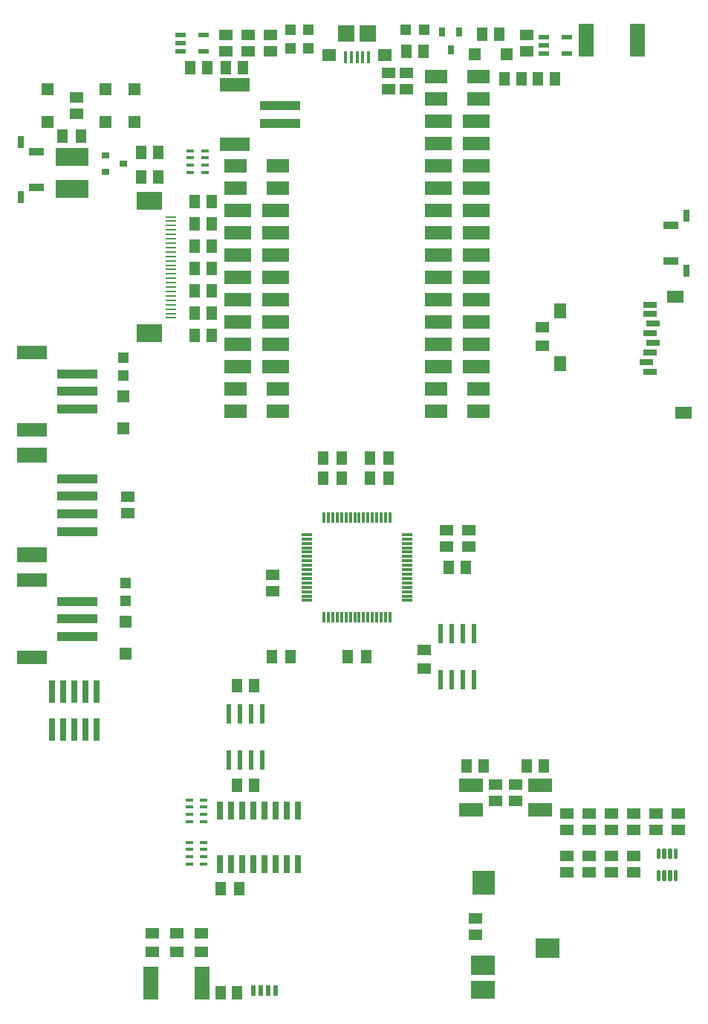
<source format=gbr>
G04 EAGLE Gerber RS-274X export*
G75*
%MOMM*%
%FSLAX34Y34*%
%LPD*%
%INSolderpaste Bottom*%
%IPPOS*%
%AMOC8*
5,1,8,0,0,1.08239X$1,22.5*%
G01*
%ADD10R,1.250000X0.275000*%
%ADD11R,3.000000X2.000000*%
%ADD12R,1.900000X1.400000*%
%ADD13R,1.400000X1.800000*%
%ADD14R,1.500000X0.700000*%
%ADD15R,1.240000X1.500000*%
%ADD16R,4.600000X1.000000*%
%ADD17R,3.400000X1.700000*%
%ADD18R,1.500000X1.240000*%
%ADD19R,3.400000X1.600000*%
%ADD20R,1.300000X1.200000*%
%ADD21R,1.400000X1.400000*%
%ADD22R,1.200000X1.500000*%
%ADD23R,0.900000X0.800000*%
%ADD24R,1.778000X0.900000*%
%ADD25R,0.800000X1.450000*%
%ADD26R,1.500000X1.200000*%
%ADD27R,0.760000X2.600000*%
%ADD28R,1.200000X0.300000*%
%ADD29R,0.300000X1.200000*%
%ADD30R,0.400000X1.350000*%
%ADD31R,1.600000X1.400000*%
%ADD32R,1.900000X1.900000*%
%ADD33R,1.200000X0.550000*%
%ADD34R,0.635000X1.016000*%
%ADD35R,0.600000X2.200000*%
%ADD36R,1.500000X1.300000*%
%ADD37R,2.700000X1.600000*%
%ADD38R,0.660400X2.032000*%
%ADD39R,2.800000X2.000000*%
%ADD40R,2.600000X2.800000*%
%ADD41R,2.800000X2.200000*%
%ADD42R,1.300000X1.500000*%
%ADD43R,1.200000X1.200000*%
%ADD44R,2.540000X1.524000*%
%ADD45R,3.048000X1.524000*%
%ADD46R,0.838200X0.457200*%
%ADD47C,0.240000*%
%ADD48R,1.700000X3.700000*%
%ADD49R,0.500000X1.250000*%
%ADD50R,3.700000X2.000000*%


D10*
X176532Y899634D03*
X176532Y894634D03*
X176532Y889634D03*
X176532Y884634D03*
X176532Y879634D03*
X176532Y874634D03*
X176532Y869634D03*
X176532Y864634D03*
X176532Y859634D03*
X176532Y854634D03*
X176532Y849634D03*
X176532Y844634D03*
X176532Y839634D03*
X176532Y834634D03*
X176532Y829634D03*
X176532Y824634D03*
X176532Y819634D03*
X176532Y814634D03*
X176532Y809634D03*
X176532Y804634D03*
X176532Y799634D03*
X176532Y794634D03*
X176532Y789634D03*
X176532Y784634D03*
D11*
X151932Y918134D03*
X151932Y767034D03*
D12*
X751350Y808800D03*
X760350Y676800D03*
D13*
X620350Y792800D03*
X620350Y732800D03*
D14*
X722350Y799800D03*
X722350Y788800D03*
X726350Y777800D03*
X722350Y766800D03*
X726350Y755800D03*
X722350Y744800D03*
X718350Y733800D03*
X722350Y722800D03*
D15*
X222860Y789940D03*
X203860Y789940D03*
X222860Y815340D03*
X203860Y815340D03*
X222860Y764540D03*
X203860Y764540D03*
X222860Y840740D03*
X203860Y840740D03*
X222860Y866140D03*
X203860Y866140D03*
X222860Y891540D03*
X203860Y891540D03*
X222860Y916940D03*
X203860Y916940D03*
D16*
X70020Y601500D03*
X70020Y581500D03*
D17*
X18020Y628500D03*
X18020Y514500D03*
D16*
X70020Y561500D03*
X70020Y541500D03*
D18*
X127000Y562000D03*
X127000Y581000D03*
D16*
X70180Y461960D03*
X70180Y441960D03*
D19*
X18180Y485960D03*
X18180Y397960D03*
D16*
X70180Y421960D03*
D20*
X124460Y482600D03*
X124460Y462280D03*
D21*
X124460Y438870D03*
X124460Y401870D03*
D15*
X142900Y944880D03*
X161900Y944880D03*
X142900Y972820D03*
X161900Y972820D03*
D21*
X134620Y1044660D03*
X134620Y1007660D03*
X101600Y1044660D03*
X101600Y1007660D03*
D18*
X68580Y1016660D03*
X68580Y1035660D03*
D21*
X35560Y1044660D03*
X35560Y1007660D03*
D22*
X74000Y991870D03*
X53000Y991870D03*
D23*
X101760Y950620D03*
X101760Y969620D03*
X122760Y960120D03*
D24*
X22956Y933400D03*
X22956Y973400D03*
D25*
X5416Y921900D03*
X5416Y984900D03*
D16*
X70180Y721040D03*
X70180Y701040D03*
D19*
X18180Y745040D03*
X18180Y657040D03*
D16*
X70180Y681040D03*
D20*
X121920Y739140D03*
X121920Y718820D03*
D21*
X121920Y695410D03*
X121920Y658410D03*
D26*
X599694Y752770D03*
X599694Y773770D03*
D22*
X233340Y134620D03*
X254340Y134620D03*
D15*
X252120Y252222D03*
X271120Y252222D03*
D24*
X746664Y889558D03*
X746664Y849558D03*
D25*
X764204Y901058D03*
X764204Y838058D03*
D27*
X40640Y316320D03*
X53340Y316320D03*
X66040Y316320D03*
X78740Y316320D03*
X91440Y316320D03*
X40640Y359320D03*
X53340Y359320D03*
X66040Y359320D03*
X78740Y359320D03*
X91440Y359320D03*
D22*
X291760Y398780D03*
X312760Y398780D03*
X371180Y624840D03*
X350180Y624840D03*
X371180Y601980D03*
X350180Y601980D03*
D28*
X445620Y537880D03*
X445620Y532880D03*
X445620Y527880D03*
X445620Y522880D03*
X445620Y517880D03*
X445620Y512880D03*
X445620Y507880D03*
X445620Y502880D03*
X445620Y497880D03*
X445620Y492880D03*
X445620Y487880D03*
X445620Y482880D03*
X445620Y477880D03*
X445620Y472880D03*
X445620Y467880D03*
X445620Y462880D03*
D29*
X426120Y443380D03*
X421120Y443380D03*
X416120Y443380D03*
X411120Y443380D03*
X406120Y443380D03*
X401120Y443380D03*
X396120Y443380D03*
X391120Y443380D03*
X386120Y443380D03*
X381120Y443380D03*
X376120Y443380D03*
X371120Y443380D03*
X366120Y443380D03*
X361120Y443380D03*
X356120Y443380D03*
X351120Y443380D03*
D28*
X331620Y462880D03*
X331620Y467880D03*
X331620Y472880D03*
X331620Y477880D03*
X331620Y482880D03*
X331620Y487880D03*
X331620Y492880D03*
X331620Y497880D03*
X331620Y502880D03*
X331620Y507880D03*
X331620Y512880D03*
X331620Y517880D03*
X331620Y522880D03*
X331620Y527880D03*
X331620Y532880D03*
X331620Y537880D03*
D29*
X351120Y557380D03*
X356120Y557380D03*
X361120Y557380D03*
X366120Y557380D03*
X371120Y557380D03*
X376120Y557380D03*
X381120Y557380D03*
X386120Y557380D03*
X391120Y557380D03*
X396120Y557380D03*
X401120Y557380D03*
X406120Y557380D03*
X411120Y557380D03*
X416120Y557380D03*
X421120Y557380D03*
X426120Y557380D03*
D30*
X375620Y1081325D03*
X382120Y1081325D03*
X388620Y1081325D03*
X395120Y1081325D03*
X401620Y1081325D03*
D31*
X356620Y1083575D03*
X420620Y1083575D03*
D32*
X400620Y1108075D03*
X376620Y1108075D03*
D18*
X581660Y1087780D03*
X581660Y1106780D03*
D15*
X575920Y1056640D03*
X556920Y1056640D03*
X595020Y1056640D03*
X614020Y1056640D03*
D33*
X601679Y1085240D03*
X601679Y1094740D03*
X601679Y1104240D03*
X627681Y1104240D03*
X627681Y1085240D03*
D16*
X301160Y1026000D03*
X301160Y1006000D03*
D19*
X249160Y1050000D03*
X249160Y982000D03*
D22*
X403520Y624840D03*
X424520Y624840D03*
X403520Y601980D03*
X424520Y601980D03*
D18*
X292100Y473100D03*
X292100Y492100D03*
D21*
X559520Y1084580D03*
X522520Y1084580D03*
D34*
X495300Y1089820D03*
X504800Y1109820D03*
X485800Y1109820D03*
D15*
X550520Y1107440D03*
X531520Y1107440D03*
D33*
X187659Y1087780D03*
X187659Y1097280D03*
X187659Y1106780D03*
X213661Y1106780D03*
X213661Y1087780D03*
D15*
X258420Y1069594D03*
X239420Y1069594D03*
D18*
X289560Y1087780D03*
X289560Y1106780D03*
X238760Y1087780D03*
X238760Y1106780D03*
X264160Y1087780D03*
X264160Y1106780D03*
D35*
X255270Y333340D03*
X255270Y281340D03*
X242570Y333340D03*
X267970Y333340D03*
X280670Y333340D03*
X242570Y281340D03*
X267970Y281340D03*
X280670Y281340D03*
D15*
X271120Y365760D03*
X252120Y365760D03*
X445160Y1087882D03*
X464160Y1087882D03*
D36*
X523240Y81940D03*
X523240Y100940D03*
D37*
X596900Y252760D03*
X596900Y224760D03*
X518160Y252760D03*
X518160Y224760D03*
D18*
X546100Y234340D03*
X546100Y253340D03*
D15*
X532740Y274320D03*
X513740Y274320D03*
X582320Y274320D03*
X601320Y274320D03*
D18*
X568960Y234340D03*
X568960Y253340D03*
D38*
X232410Y223774D03*
X232410Y162306D03*
X245110Y223774D03*
X257810Y223774D03*
X245110Y162306D03*
X257810Y162306D03*
X270510Y223774D03*
X270510Y162306D03*
X283210Y223774D03*
X283210Y162306D03*
X295910Y223774D03*
X308610Y223774D03*
X295910Y162306D03*
X308610Y162306D03*
X321310Y223774D03*
X321310Y162306D03*
D39*
X531960Y19940D03*
D40*
X532960Y141940D03*
D41*
X605960Y66940D03*
X531960Y47940D03*
D42*
X512420Y500380D03*
X493420Y500380D03*
D18*
X490220Y523900D03*
X490220Y542900D03*
X515620Y523900D03*
X515620Y542900D03*
D35*
X483870Y424780D03*
X496570Y424780D03*
X509270Y424780D03*
X521970Y424780D03*
X521970Y372780D03*
X509270Y372780D03*
X496570Y372780D03*
X483870Y372780D03*
D26*
X464820Y385740D03*
X464820Y406740D03*
D22*
X399120Y398780D03*
X378120Y398780D03*
D43*
X444160Y1112520D03*
X465160Y1112520D03*
X312420Y1112860D03*
X312420Y1091860D03*
D44*
X478790Y1059180D03*
X527050Y1059180D03*
X478790Y1033780D03*
X527050Y1033780D03*
D45*
X481330Y1008380D03*
X524510Y1008380D03*
X481330Y982980D03*
X524510Y982980D03*
X481330Y957580D03*
X524510Y957580D03*
X481330Y932180D03*
X524510Y932180D03*
X481330Y906780D03*
X524510Y906780D03*
X481330Y881380D03*
X524510Y881380D03*
X481330Y855980D03*
X524510Y855980D03*
X481330Y830580D03*
X524510Y830580D03*
X481330Y805180D03*
X524510Y805180D03*
X481330Y779780D03*
X524510Y779780D03*
X481330Y754380D03*
X524510Y754380D03*
X481330Y728980D03*
X524510Y728980D03*
D44*
X478790Y703580D03*
X527050Y703580D03*
X478790Y678180D03*
X527050Y678180D03*
X298450Y678180D03*
X250190Y678180D03*
X298450Y703580D03*
X250190Y703580D03*
D45*
X295910Y728980D03*
X252730Y728980D03*
X295910Y754380D03*
X252730Y754380D03*
X295910Y779780D03*
X252730Y779780D03*
X295910Y805180D03*
X252730Y805180D03*
X295910Y830580D03*
X252730Y830580D03*
X295910Y855980D03*
X252730Y855980D03*
X295910Y881380D03*
X252730Y881380D03*
X295910Y906780D03*
X252730Y906780D03*
D44*
X298450Y932180D03*
X250190Y932180D03*
X298450Y957580D03*
X250190Y957580D03*
D18*
X703580Y201320D03*
X703580Y220320D03*
X627380Y220320D03*
X627380Y201320D03*
X678180Y220320D03*
X678180Y201320D03*
X652780Y220320D03*
X652780Y201320D03*
X703580Y153060D03*
X703580Y172060D03*
X678180Y172060D03*
X678180Y153060D03*
X627380Y153060D03*
X627380Y172060D03*
X754380Y220320D03*
X754380Y201320D03*
X728980Y220320D03*
X728980Y201320D03*
X652780Y172060D03*
X652780Y153060D03*
D46*
X214122Y235712D03*
X214122Y227584D03*
X214122Y219456D03*
X214122Y211328D03*
X197358Y211328D03*
X197358Y219456D03*
X197358Y227584D03*
X197358Y235712D03*
X214122Y187452D03*
X214122Y179324D03*
X214122Y171196D03*
X214122Y163068D03*
X197358Y163068D03*
X197358Y171196D03*
X197358Y179324D03*
X197358Y187452D03*
D26*
X210820Y84160D03*
X210820Y63160D03*
X154940Y84160D03*
X154940Y63160D03*
X182880Y63160D03*
X182880Y84160D03*
D46*
X215392Y974852D03*
X215392Y966724D03*
X215392Y958596D03*
X215392Y950468D03*
X198628Y950468D03*
X198628Y958596D03*
X198628Y966724D03*
X198628Y974852D03*
D47*
X730730Y179960D02*
X730730Y170260D01*
X730730Y179960D02*
X733130Y179960D01*
X733130Y170260D01*
X730730Y170260D01*
X730730Y172540D02*
X733130Y172540D01*
X733130Y174820D02*
X730730Y174820D01*
X730730Y177100D02*
X733130Y177100D01*
X733130Y179380D02*
X730730Y179380D01*
X737230Y179960D02*
X737230Y170260D01*
X737230Y179960D02*
X739630Y179960D01*
X739630Y170260D01*
X737230Y170260D01*
X737230Y172540D02*
X739630Y172540D01*
X739630Y174820D02*
X737230Y174820D01*
X737230Y177100D02*
X739630Y177100D01*
X739630Y179380D02*
X737230Y179380D01*
X743730Y179960D02*
X743730Y170260D01*
X743730Y179960D02*
X746130Y179960D01*
X746130Y170260D01*
X743730Y170260D01*
X743730Y172540D02*
X746130Y172540D01*
X746130Y174820D02*
X743730Y174820D01*
X743730Y177100D02*
X746130Y177100D01*
X746130Y179380D02*
X743730Y179380D01*
X750230Y179960D02*
X750230Y170260D01*
X750230Y179960D02*
X752630Y179960D01*
X752630Y170260D01*
X750230Y170260D01*
X750230Y172540D02*
X752630Y172540D01*
X752630Y174820D02*
X750230Y174820D01*
X750230Y177100D02*
X752630Y177100D01*
X752630Y179380D02*
X750230Y179380D01*
X752630Y154860D02*
X752630Y145160D01*
X750230Y145160D01*
X750230Y154860D01*
X752630Y154860D01*
X752630Y147440D02*
X750230Y147440D01*
X750230Y149720D02*
X752630Y149720D01*
X752630Y152000D02*
X750230Y152000D01*
X750230Y154280D02*
X752630Y154280D01*
X746130Y154860D02*
X746130Y145160D01*
X743730Y145160D01*
X743730Y154860D01*
X746130Y154860D01*
X746130Y147440D02*
X743730Y147440D01*
X743730Y149720D02*
X746130Y149720D01*
X746130Y152000D02*
X743730Y152000D01*
X743730Y154280D02*
X746130Y154280D01*
X739630Y154860D02*
X739630Y145160D01*
X737230Y145160D01*
X737230Y154860D01*
X739630Y154860D01*
X739630Y147440D02*
X737230Y147440D01*
X737230Y149720D02*
X739630Y149720D01*
X739630Y152000D02*
X737230Y152000D01*
X737230Y154280D02*
X739630Y154280D01*
X733130Y154860D02*
X733130Y145160D01*
X730730Y145160D01*
X730730Y154860D01*
X733130Y154860D01*
X733130Y147440D02*
X730730Y147440D01*
X730730Y149720D02*
X733130Y149720D01*
X733130Y152000D02*
X730730Y152000D01*
X730730Y154280D02*
X733130Y154280D01*
D43*
X332740Y1112860D03*
X332740Y1091860D03*
D15*
X198780Y1069340D03*
X217780Y1069340D03*
D48*
X212380Y26924D03*
X153380Y26924D03*
X649442Y1100582D03*
X708442Y1100582D03*
D18*
X424180Y1063600D03*
X424180Y1044600D03*
X444500Y1063600D03*
X444500Y1044600D03*
D49*
X270210Y18676D03*
X278710Y18676D03*
X287710Y18676D03*
X296210Y18676D03*
D15*
X252070Y16510D03*
X233070Y16510D03*
D50*
X63500Y931452D03*
X63500Y967452D03*
M02*

</source>
